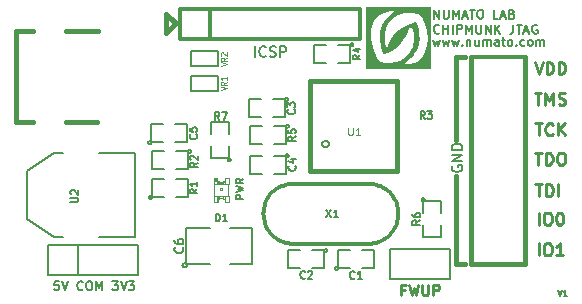
<source format=gto>
G04 (created by PCBNEW-RS274X (2011-12-28 BZR 3254)-stable) date 12/14/2012 5:03:44 PM*
G01*
G70*
G90*
%MOIN*%
G04 Gerber Fmt 3.4, Leading zero omitted, Abs format*
%FSLAX34Y34*%
G04 APERTURE LIST*
%ADD10C,0.006000*%
%ADD11C,0.015000*%
%ADD12C,0.005000*%
%ADD13C,0.007500*%
%ADD14C,0.010000*%
%ADD15C,0.006300*%
%ADD16C,0.008800*%
%ADD17C,0.008000*%
%ADD18C,0.012000*%
%ADD19C,0.002600*%
%ADD20C,0.004000*%
%ADD21C,0.002000*%
%ADD22C,0.012500*%
%ADD23C,0.000100*%
%ADD24C,0.003900*%
%ADD25C,0.004500*%
G04 APERTURE END LIST*
G54D10*
G54D11*
X51900Y-26400D02*
X52200Y-26400D01*
X51900Y-29150D02*
X51900Y-26400D01*
X51900Y-30450D02*
X51900Y-30350D01*
X51900Y-30450D02*
X51900Y-30400D01*
X51950Y-26400D02*
X52200Y-26400D01*
X51900Y-33300D02*
X51900Y-30450D01*
X52200Y-33300D02*
X51900Y-33300D01*
X42238Y-25469D02*
X42246Y-25469D01*
X42238Y-25584D02*
X42238Y-25469D01*
X42238Y-24961D02*
X42238Y-25584D01*
X42549Y-25272D02*
X42238Y-24961D01*
X42238Y-25583D02*
X42549Y-25272D01*
X42237Y-24966D02*
X42237Y-25583D01*
X42507Y-25236D02*
X42237Y-24966D01*
G54D12*
X55299Y-34164D02*
X55366Y-34364D01*
X55432Y-34164D01*
X55603Y-34364D02*
X55489Y-34364D01*
X55546Y-34364D02*
X55546Y-34164D01*
X55527Y-34193D01*
X55508Y-34212D01*
X55489Y-34221D01*
X51138Y-25821D02*
X51195Y-26021D01*
X51252Y-25879D01*
X51309Y-26021D01*
X51366Y-25821D01*
X51452Y-25821D02*
X51509Y-26021D01*
X51566Y-25879D01*
X51623Y-26021D01*
X51680Y-25821D01*
X51766Y-25821D02*
X51823Y-26021D01*
X51880Y-25879D01*
X51937Y-26021D01*
X51994Y-25821D01*
X52108Y-25993D02*
X52123Y-26007D01*
X52108Y-26021D01*
X52094Y-26007D01*
X52108Y-25993D01*
X52108Y-26021D01*
X52251Y-25821D02*
X52251Y-26021D01*
X52251Y-25850D02*
X52266Y-25836D01*
X52294Y-25821D01*
X52337Y-25821D01*
X52366Y-25836D01*
X52380Y-25864D01*
X52380Y-26021D01*
X52651Y-25821D02*
X52651Y-26021D01*
X52522Y-25821D02*
X52522Y-25979D01*
X52537Y-26007D01*
X52565Y-26021D01*
X52608Y-26021D01*
X52637Y-26007D01*
X52651Y-25993D01*
X52793Y-26021D02*
X52793Y-25821D01*
X52793Y-25850D02*
X52808Y-25836D01*
X52836Y-25821D01*
X52879Y-25821D01*
X52908Y-25836D01*
X52922Y-25864D01*
X52922Y-26021D01*
X52922Y-25864D02*
X52936Y-25836D01*
X52965Y-25821D01*
X53008Y-25821D01*
X53036Y-25836D01*
X53051Y-25864D01*
X53051Y-26021D01*
X53322Y-26021D02*
X53322Y-25864D01*
X53308Y-25836D01*
X53279Y-25821D01*
X53222Y-25821D01*
X53193Y-25836D01*
X53322Y-26007D02*
X53293Y-26021D01*
X53222Y-26021D01*
X53193Y-26007D01*
X53179Y-25979D01*
X53179Y-25950D01*
X53193Y-25921D01*
X53222Y-25907D01*
X53293Y-25907D01*
X53322Y-25893D01*
X53422Y-25821D02*
X53536Y-25821D01*
X53464Y-25721D02*
X53464Y-25979D01*
X53479Y-26007D01*
X53507Y-26021D01*
X53536Y-26021D01*
X53678Y-26021D02*
X53650Y-26007D01*
X53635Y-25993D01*
X53621Y-25964D01*
X53621Y-25879D01*
X53635Y-25850D01*
X53650Y-25836D01*
X53678Y-25821D01*
X53721Y-25821D01*
X53750Y-25836D01*
X53764Y-25850D01*
X53778Y-25879D01*
X53778Y-25964D01*
X53764Y-25993D01*
X53750Y-26007D01*
X53721Y-26021D01*
X53678Y-26021D01*
X53906Y-25993D02*
X53921Y-26007D01*
X53906Y-26021D01*
X53892Y-26007D01*
X53906Y-25993D01*
X53906Y-26021D01*
X54178Y-26007D02*
X54149Y-26021D01*
X54092Y-26021D01*
X54064Y-26007D01*
X54049Y-25993D01*
X54035Y-25964D01*
X54035Y-25879D01*
X54049Y-25850D01*
X54064Y-25836D01*
X54092Y-25821D01*
X54149Y-25821D01*
X54178Y-25836D01*
X54349Y-26021D02*
X54321Y-26007D01*
X54306Y-25993D01*
X54292Y-25964D01*
X54292Y-25879D01*
X54306Y-25850D01*
X54321Y-25836D01*
X54349Y-25821D01*
X54392Y-25821D01*
X54421Y-25836D01*
X54435Y-25850D01*
X54449Y-25879D01*
X54449Y-25964D01*
X54435Y-25993D01*
X54421Y-26007D01*
X54392Y-26021D01*
X54349Y-26021D01*
X54577Y-26021D02*
X54577Y-25821D01*
X54577Y-25850D02*
X54592Y-25836D01*
X54620Y-25821D01*
X54663Y-25821D01*
X54692Y-25836D01*
X54706Y-25864D01*
X54706Y-26021D01*
X54706Y-25864D02*
X54720Y-25836D01*
X54749Y-25821D01*
X54792Y-25821D01*
X54820Y-25836D01*
X54835Y-25864D01*
X54835Y-26021D01*
G54D13*
X51171Y-25121D02*
X51171Y-24821D01*
X51343Y-25121D01*
X51343Y-24821D01*
X51485Y-24821D02*
X51485Y-25064D01*
X51500Y-25093D01*
X51514Y-25107D01*
X51543Y-25121D01*
X51600Y-25121D01*
X51628Y-25107D01*
X51643Y-25093D01*
X51657Y-25064D01*
X51657Y-24821D01*
X51799Y-25121D02*
X51799Y-24821D01*
X51899Y-25036D01*
X51999Y-24821D01*
X51999Y-25121D01*
X52128Y-25036D02*
X52271Y-25036D01*
X52100Y-25121D02*
X52200Y-24821D01*
X52300Y-25121D01*
X52357Y-24821D02*
X52528Y-24821D01*
X52442Y-25121D02*
X52442Y-24821D01*
X52686Y-24821D02*
X52743Y-24821D01*
X52771Y-24836D01*
X52800Y-24864D01*
X52814Y-24921D01*
X52814Y-25021D01*
X52800Y-25079D01*
X52771Y-25107D01*
X52743Y-25121D01*
X52686Y-25121D01*
X52657Y-25107D01*
X52628Y-25079D01*
X52614Y-25021D01*
X52614Y-24921D01*
X52628Y-24864D01*
X52657Y-24836D01*
X52686Y-24821D01*
X53314Y-25121D02*
X53171Y-25121D01*
X53171Y-24821D01*
X53400Y-25036D02*
X53543Y-25036D01*
X53372Y-25121D02*
X53472Y-24821D01*
X53572Y-25121D01*
X53771Y-24964D02*
X53814Y-24979D01*
X53829Y-24993D01*
X53843Y-25021D01*
X53843Y-25064D01*
X53829Y-25093D01*
X53814Y-25107D01*
X53786Y-25121D01*
X53671Y-25121D01*
X53671Y-24821D01*
X53771Y-24821D01*
X53800Y-24836D01*
X53814Y-24850D01*
X53829Y-24879D01*
X53829Y-24907D01*
X53814Y-24936D01*
X53800Y-24950D01*
X53771Y-24964D01*
X53671Y-24964D01*
X51343Y-25588D02*
X51329Y-25602D01*
X51286Y-25616D01*
X51257Y-25616D01*
X51214Y-25602D01*
X51186Y-25574D01*
X51171Y-25545D01*
X51157Y-25488D01*
X51157Y-25445D01*
X51171Y-25388D01*
X51186Y-25359D01*
X51214Y-25331D01*
X51257Y-25316D01*
X51286Y-25316D01*
X51329Y-25331D01*
X51343Y-25345D01*
X51471Y-25616D02*
X51471Y-25316D01*
X51471Y-25459D02*
X51643Y-25459D01*
X51643Y-25616D02*
X51643Y-25316D01*
X51785Y-25616D02*
X51785Y-25316D01*
X51928Y-25616D02*
X51928Y-25316D01*
X52043Y-25316D01*
X52071Y-25331D01*
X52086Y-25345D01*
X52100Y-25374D01*
X52100Y-25416D01*
X52086Y-25445D01*
X52071Y-25459D01*
X52043Y-25474D01*
X51928Y-25474D01*
X52228Y-25616D02*
X52228Y-25316D01*
X52328Y-25531D01*
X52428Y-25316D01*
X52428Y-25616D01*
X52571Y-25316D02*
X52571Y-25559D01*
X52586Y-25588D01*
X52600Y-25602D01*
X52629Y-25616D01*
X52686Y-25616D01*
X52714Y-25602D01*
X52729Y-25588D01*
X52743Y-25559D01*
X52743Y-25316D01*
X52885Y-25616D02*
X52885Y-25316D01*
X53057Y-25616D01*
X53057Y-25316D01*
X53199Y-25616D02*
X53199Y-25316D01*
X53371Y-25616D02*
X53242Y-25445D01*
X53371Y-25316D02*
X53199Y-25488D01*
X53814Y-25316D02*
X53814Y-25531D01*
X53800Y-25574D01*
X53771Y-25602D01*
X53728Y-25616D01*
X53700Y-25616D01*
X53915Y-25316D02*
X54086Y-25316D01*
X54000Y-25616D02*
X54000Y-25316D01*
X54172Y-25531D02*
X54315Y-25531D01*
X54144Y-25616D02*
X54244Y-25316D01*
X54344Y-25616D01*
X54601Y-25331D02*
X54572Y-25316D01*
X54529Y-25316D01*
X54486Y-25331D01*
X54458Y-25359D01*
X54443Y-25388D01*
X54429Y-25445D01*
X54429Y-25488D01*
X54443Y-25545D01*
X54458Y-25574D01*
X54486Y-25602D01*
X54529Y-25616D01*
X54558Y-25616D01*
X54601Y-25602D01*
X54615Y-25588D01*
X54615Y-25488D01*
X54558Y-25488D01*
G54D14*
X54650Y-33012D02*
X54650Y-32612D01*
X54916Y-32612D02*
X54993Y-32612D01*
X55031Y-32631D01*
X55069Y-32669D01*
X55088Y-32745D01*
X55088Y-32879D01*
X55069Y-32955D01*
X55031Y-32993D01*
X54993Y-33012D01*
X54916Y-33012D01*
X54878Y-32993D01*
X54840Y-32955D01*
X54821Y-32879D01*
X54821Y-32745D01*
X54840Y-32669D01*
X54878Y-32631D01*
X54916Y-32612D01*
X55469Y-33012D02*
X55240Y-33012D01*
X55354Y-33012D02*
X55354Y-32612D01*
X55316Y-32669D01*
X55278Y-32707D01*
X55240Y-32726D01*
X54650Y-31987D02*
X54650Y-31587D01*
X54916Y-31587D02*
X54993Y-31587D01*
X55031Y-31606D01*
X55069Y-31644D01*
X55088Y-31720D01*
X55088Y-31854D01*
X55069Y-31930D01*
X55031Y-31968D01*
X54993Y-31987D01*
X54916Y-31987D01*
X54878Y-31968D01*
X54840Y-31930D01*
X54821Y-31854D01*
X54821Y-31720D01*
X54840Y-31644D01*
X54878Y-31606D01*
X54916Y-31587D01*
X55335Y-31587D02*
X55374Y-31587D01*
X55412Y-31606D01*
X55431Y-31625D01*
X55450Y-31663D01*
X55469Y-31739D01*
X55469Y-31835D01*
X55450Y-31911D01*
X55431Y-31949D01*
X55412Y-31968D01*
X55374Y-31987D01*
X55335Y-31987D01*
X55297Y-31968D01*
X55278Y-31949D01*
X55259Y-31911D01*
X55240Y-31835D01*
X55240Y-31739D01*
X55259Y-31663D01*
X55278Y-31625D01*
X55297Y-31606D01*
X55335Y-31587D01*
X54541Y-30637D02*
X54770Y-30637D01*
X54655Y-31037D02*
X54655Y-30637D01*
X54903Y-31037D02*
X54903Y-30637D01*
X54998Y-30637D01*
X55056Y-30656D01*
X55094Y-30694D01*
X55113Y-30732D01*
X55132Y-30808D01*
X55132Y-30865D01*
X55113Y-30942D01*
X55094Y-30980D01*
X55056Y-31018D01*
X54998Y-31037D01*
X54903Y-31037D01*
X55303Y-31037D02*
X55303Y-30637D01*
X54526Y-29587D02*
X54755Y-29587D01*
X54640Y-29987D02*
X54640Y-29587D01*
X54888Y-29987D02*
X54888Y-29587D01*
X54983Y-29587D01*
X55041Y-29606D01*
X55079Y-29644D01*
X55098Y-29682D01*
X55117Y-29758D01*
X55117Y-29815D01*
X55098Y-29892D01*
X55079Y-29930D01*
X55041Y-29968D01*
X54983Y-29987D01*
X54888Y-29987D01*
X55364Y-29587D02*
X55441Y-29587D01*
X55479Y-29606D01*
X55517Y-29644D01*
X55536Y-29720D01*
X55536Y-29854D01*
X55517Y-29930D01*
X55479Y-29968D01*
X55441Y-29987D01*
X55364Y-29987D01*
X55326Y-29968D01*
X55288Y-29930D01*
X55269Y-29854D01*
X55269Y-29720D01*
X55288Y-29644D01*
X55326Y-29606D01*
X55364Y-29587D01*
X54536Y-28612D02*
X54765Y-28612D01*
X54650Y-29012D02*
X54650Y-28612D01*
X55127Y-28974D02*
X55108Y-28993D01*
X55051Y-29012D01*
X55013Y-29012D01*
X54955Y-28993D01*
X54917Y-28955D01*
X54898Y-28917D01*
X54879Y-28840D01*
X54879Y-28783D01*
X54898Y-28707D01*
X54917Y-28669D01*
X54955Y-28631D01*
X55013Y-28612D01*
X55051Y-28612D01*
X55108Y-28631D01*
X55127Y-28650D01*
X55298Y-29012D02*
X55298Y-28612D01*
X55527Y-29012D02*
X55355Y-28783D01*
X55527Y-28612D02*
X55298Y-28840D01*
X54517Y-27587D02*
X54746Y-27587D01*
X54631Y-27987D02*
X54631Y-27587D01*
X54879Y-27987D02*
X54879Y-27587D01*
X55013Y-27873D01*
X55146Y-27587D01*
X55146Y-27987D01*
X55317Y-27968D02*
X55374Y-27987D01*
X55470Y-27987D01*
X55508Y-27968D01*
X55527Y-27949D01*
X55546Y-27911D01*
X55546Y-27873D01*
X55527Y-27835D01*
X55508Y-27815D01*
X55470Y-27796D01*
X55393Y-27777D01*
X55355Y-27758D01*
X55336Y-27739D01*
X55317Y-27701D01*
X55317Y-27663D01*
X55336Y-27625D01*
X55355Y-27606D01*
X55393Y-27587D01*
X55489Y-27587D01*
X55546Y-27606D01*
G54D15*
X44807Y-31131D02*
X44557Y-31131D01*
X44557Y-31036D01*
X44569Y-31012D01*
X44581Y-31001D01*
X44605Y-30989D01*
X44641Y-30989D01*
X44664Y-31001D01*
X44676Y-31012D01*
X44688Y-31036D01*
X44688Y-31131D01*
X44557Y-30905D02*
X44807Y-30846D01*
X44629Y-30798D01*
X44807Y-30751D01*
X44557Y-30691D01*
X44807Y-30453D02*
X44688Y-30536D01*
X44807Y-30595D02*
X44557Y-30595D01*
X44557Y-30500D01*
X44569Y-30476D01*
X44581Y-30465D01*
X44605Y-30453D01*
X44641Y-30453D01*
X44664Y-30465D01*
X44676Y-30476D01*
X44688Y-30500D01*
X44688Y-30595D01*
G54D16*
X50192Y-34158D02*
X50075Y-34158D01*
X50075Y-34342D02*
X50075Y-33992D01*
X50242Y-33992D01*
X50342Y-33992D02*
X50425Y-34342D01*
X50492Y-34092D01*
X50559Y-34342D01*
X50642Y-33992D01*
X50775Y-33992D02*
X50775Y-34275D01*
X50792Y-34308D01*
X50809Y-34325D01*
X50842Y-34342D01*
X50909Y-34342D01*
X50942Y-34325D01*
X50959Y-34308D01*
X50975Y-34275D01*
X50975Y-33992D01*
X51142Y-34342D02*
X51142Y-33992D01*
X51276Y-33992D01*
X51309Y-34008D01*
X51326Y-34025D01*
X51342Y-34058D01*
X51342Y-34108D01*
X51326Y-34142D01*
X51309Y-34158D01*
X51276Y-34175D01*
X51142Y-34175D01*
G54D14*
X54517Y-26562D02*
X54650Y-26962D01*
X54784Y-26562D01*
X54917Y-26962D02*
X54917Y-26562D01*
X55012Y-26562D01*
X55070Y-26581D01*
X55108Y-26619D01*
X55127Y-26657D01*
X55146Y-26733D01*
X55146Y-26790D01*
X55127Y-26867D01*
X55108Y-26905D01*
X55070Y-26943D01*
X55012Y-26962D01*
X54917Y-26962D01*
X55317Y-26962D02*
X55317Y-26562D01*
X55412Y-26562D01*
X55470Y-26581D01*
X55508Y-26619D01*
X55527Y-26657D01*
X55546Y-26733D01*
X55546Y-26790D01*
X55527Y-26867D01*
X55508Y-26905D01*
X55470Y-26943D01*
X55412Y-26962D01*
X55317Y-26962D01*
G54D13*
X51778Y-30016D02*
X51762Y-30050D01*
X51762Y-30100D01*
X51778Y-30150D01*
X51812Y-30183D01*
X51845Y-30200D01*
X51912Y-30216D01*
X51962Y-30216D01*
X52028Y-30200D01*
X52062Y-30183D01*
X52095Y-30150D01*
X52112Y-30100D01*
X52112Y-30066D01*
X52095Y-30016D01*
X52078Y-30000D01*
X51962Y-30000D01*
X51962Y-30066D01*
X52112Y-29850D02*
X51762Y-29850D01*
X52112Y-29650D01*
X51762Y-29650D01*
X52112Y-29483D02*
X51762Y-29483D01*
X51762Y-29399D01*
X51778Y-29349D01*
X51812Y-29316D01*
X51845Y-29299D01*
X51912Y-29283D01*
X51962Y-29283D01*
X52028Y-29299D01*
X52062Y-29316D01*
X52095Y-29349D01*
X52112Y-29399D01*
X52112Y-29483D01*
X38660Y-33868D02*
X38517Y-33868D01*
X38503Y-34011D01*
X38517Y-33997D01*
X38546Y-33983D01*
X38617Y-33983D01*
X38646Y-33997D01*
X38660Y-34011D01*
X38675Y-34040D01*
X38675Y-34111D01*
X38660Y-34140D01*
X38646Y-34154D01*
X38617Y-34168D01*
X38546Y-34168D01*
X38517Y-34154D01*
X38503Y-34140D01*
X38761Y-33868D02*
X38861Y-34168D01*
X38961Y-33868D01*
X39461Y-34140D02*
X39447Y-34154D01*
X39404Y-34168D01*
X39375Y-34168D01*
X39332Y-34154D01*
X39304Y-34126D01*
X39289Y-34097D01*
X39275Y-34040D01*
X39275Y-33997D01*
X39289Y-33940D01*
X39304Y-33911D01*
X39332Y-33883D01*
X39375Y-33868D01*
X39404Y-33868D01*
X39447Y-33883D01*
X39461Y-33897D01*
X39647Y-33868D02*
X39704Y-33868D01*
X39732Y-33883D01*
X39761Y-33911D01*
X39775Y-33968D01*
X39775Y-34068D01*
X39761Y-34126D01*
X39732Y-34154D01*
X39704Y-34168D01*
X39647Y-34168D01*
X39618Y-34154D01*
X39589Y-34126D01*
X39575Y-34068D01*
X39575Y-33968D01*
X39589Y-33911D01*
X39618Y-33883D01*
X39647Y-33868D01*
X39903Y-34168D02*
X39903Y-33868D01*
X40003Y-34083D01*
X40103Y-33868D01*
X40103Y-34168D01*
X40447Y-33868D02*
X40633Y-33868D01*
X40533Y-33983D01*
X40575Y-33983D01*
X40604Y-33997D01*
X40618Y-34011D01*
X40633Y-34040D01*
X40633Y-34111D01*
X40618Y-34140D01*
X40604Y-34154D01*
X40575Y-34168D01*
X40490Y-34168D01*
X40461Y-34154D01*
X40447Y-34140D01*
X40719Y-33868D02*
X40819Y-34168D01*
X40919Y-33868D01*
X40990Y-33868D02*
X41176Y-33868D01*
X41076Y-33983D01*
X41118Y-33983D01*
X41147Y-33997D01*
X41161Y-34011D01*
X41176Y-34040D01*
X41176Y-34111D01*
X41161Y-34140D01*
X41147Y-34154D01*
X41118Y-34168D01*
X41033Y-34168D01*
X41004Y-34154D01*
X40990Y-34140D01*
X45183Y-26382D02*
X45183Y-26032D01*
X45550Y-26348D02*
X45534Y-26365D01*
X45484Y-26382D01*
X45450Y-26382D01*
X45400Y-26365D01*
X45367Y-26332D01*
X45350Y-26298D01*
X45334Y-26232D01*
X45334Y-26182D01*
X45350Y-26115D01*
X45367Y-26082D01*
X45400Y-26048D01*
X45450Y-26032D01*
X45484Y-26032D01*
X45534Y-26048D01*
X45550Y-26065D01*
X45684Y-26365D02*
X45734Y-26382D01*
X45817Y-26382D01*
X45850Y-26365D01*
X45867Y-26348D01*
X45884Y-26315D01*
X45884Y-26282D01*
X45867Y-26248D01*
X45850Y-26232D01*
X45817Y-26215D01*
X45750Y-26198D01*
X45717Y-26182D01*
X45700Y-26165D01*
X45684Y-26132D01*
X45684Y-26098D01*
X45700Y-26065D01*
X45717Y-26048D01*
X45750Y-26032D01*
X45834Y-26032D01*
X45884Y-26048D01*
X46033Y-26382D02*
X46033Y-26032D01*
X46167Y-26032D01*
X46200Y-26048D01*
X46217Y-26065D01*
X46233Y-26098D01*
X46233Y-26148D01*
X46217Y-26182D01*
X46200Y-26198D01*
X46167Y-26215D01*
X46033Y-26215D01*
G54D11*
X38905Y-28580D02*
X39935Y-28580D01*
X38885Y-25540D02*
X39955Y-25540D01*
X37235Y-28580D02*
X37785Y-28580D01*
X37235Y-25540D02*
X37785Y-25540D01*
X37235Y-25540D02*
X37235Y-28580D01*
X47030Y-27200D02*
X49930Y-27200D01*
X49930Y-27200D02*
X49930Y-30200D01*
X49930Y-30200D02*
X47030Y-30200D01*
X47030Y-30200D02*
X47030Y-27200D01*
G54D12*
X47661Y-29300D02*
X47658Y-29321D01*
X47652Y-29342D01*
X47642Y-29361D01*
X47628Y-29378D01*
X47612Y-29392D01*
X47593Y-29402D01*
X47572Y-29408D01*
X47550Y-29410D01*
X47530Y-29409D01*
X47509Y-29402D01*
X47490Y-29392D01*
X47473Y-29379D01*
X47459Y-29362D01*
X47448Y-29343D01*
X47442Y-29323D01*
X47440Y-29301D01*
X47441Y-29280D01*
X47447Y-29260D01*
X47457Y-29240D01*
X47471Y-29223D01*
X47487Y-29209D01*
X47506Y-29199D01*
X47527Y-29192D01*
X47548Y-29190D01*
X47569Y-29191D01*
X47590Y-29197D01*
X47609Y-29207D01*
X47626Y-29220D01*
X47640Y-29237D01*
X47651Y-29255D01*
X47658Y-29276D01*
X47660Y-29297D01*
X47661Y-29300D01*
G54D17*
X39990Y-32405D02*
X41190Y-32405D01*
X41190Y-32405D02*
X41190Y-29605D01*
X41190Y-29605D02*
X39990Y-29605D01*
X38790Y-32405D02*
X38490Y-32405D01*
X38490Y-32405D02*
X37590Y-31805D01*
X37590Y-31805D02*
X37590Y-30205D01*
X37590Y-30205D02*
X38490Y-29605D01*
X38490Y-29605D02*
X38790Y-29605D01*
G54D12*
X42920Y-33340D02*
X42918Y-33353D01*
X42914Y-33366D01*
X42908Y-33378D01*
X42899Y-33389D01*
X42889Y-33398D01*
X42877Y-33404D01*
X42864Y-33408D01*
X42850Y-33409D01*
X42837Y-33408D01*
X42824Y-33404D01*
X42812Y-33398D01*
X42802Y-33390D01*
X42793Y-33379D01*
X42786Y-33367D01*
X42782Y-33354D01*
X42781Y-33340D01*
X42782Y-33328D01*
X42785Y-33315D01*
X42792Y-33303D01*
X42800Y-33292D01*
X42811Y-33283D01*
X42822Y-33276D01*
X42835Y-33272D01*
X42849Y-33271D01*
X42862Y-33272D01*
X42875Y-33275D01*
X42887Y-33281D01*
X42898Y-33290D01*
X42907Y-33300D01*
X42913Y-33312D01*
X42918Y-33325D01*
X42919Y-33339D01*
X42920Y-33340D01*
X44350Y-33290D02*
X45100Y-33290D01*
X45100Y-33290D02*
X45100Y-32090D01*
X45100Y-32090D02*
X44350Y-32090D01*
X43700Y-32090D02*
X42900Y-32090D01*
X42900Y-32090D02*
X42900Y-33290D01*
X42900Y-33290D02*
X43700Y-33290D01*
X47966Y-33445D02*
X47965Y-33454D01*
X47962Y-33464D01*
X47957Y-33472D01*
X47951Y-33480D01*
X47943Y-33486D01*
X47935Y-33491D01*
X47926Y-33493D01*
X47916Y-33494D01*
X47907Y-33494D01*
X47898Y-33491D01*
X47889Y-33486D01*
X47882Y-33480D01*
X47875Y-33473D01*
X47871Y-33464D01*
X47868Y-33455D01*
X47867Y-33445D01*
X47867Y-33436D01*
X47870Y-33427D01*
X47874Y-33418D01*
X47881Y-33411D01*
X47888Y-33404D01*
X47896Y-33400D01*
X47906Y-33397D01*
X47915Y-33396D01*
X47924Y-33396D01*
X47934Y-33399D01*
X47942Y-33403D01*
X47950Y-33409D01*
X47956Y-33417D01*
X47961Y-33425D01*
X47964Y-33434D01*
X47965Y-33444D01*
X47966Y-33445D01*
X48366Y-33445D02*
X47966Y-33445D01*
X47966Y-33445D02*
X47966Y-32845D01*
X47966Y-32845D02*
X48366Y-32845D01*
X48766Y-32845D02*
X49166Y-32845D01*
X49166Y-32845D02*
X49166Y-33445D01*
X49166Y-33445D02*
X48766Y-33445D01*
X44390Y-29820D02*
X44389Y-29829D01*
X44386Y-29839D01*
X44381Y-29847D01*
X44375Y-29855D01*
X44367Y-29861D01*
X44359Y-29866D01*
X44350Y-29868D01*
X44340Y-29869D01*
X44331Y-29869D01*
X44322Y-29866D01*
X44313Y-29861D01*
X44306Y-29855D01*
X44299Y-29848D01*
X44295Y-29839D01*
X44292Y-29830D01*
X44291Y-29820D01*
X44291Y-29811D01*
X44294Y-29802D01*
X44298Y-29793D01*
X44305Y-29786D01*
X44312Y-29779D01*
X44320Y-29775D01*
X44330Y-29772D01*
X44339Y-29771D01*
X44348Y-29771D01*
X44358Y-29774D01*
X44366Y-29778D01*
X44374Y-29784D01*
X44380Y-29792D01*
X44385Y-29800D01*
X44388Y-29809D01*
X44389Y-29819D01*
X44390Y-29820D01*
X44340Y-29370D02*
X44340Y-29770D01*
X44340Y-29770D02*
X43740Y-29770D01*
X43740Y-29770D02*
X43740Y-29370D01*
X43740Y-28970D02*
X43740Y-28570D01*
X43740Y-28570D02*
X44340Y-28570D01*
X44340Y-28570D02*
X44340Y-28970D01*
X50850Y-31150D02*
X50849Y-31159D01*
X50846Y-31169D01*
X50841Y-31177D01*
X50835Y-31185D01*
X50827Y-31191D01*
X50819Y-31196D01*
X50810Y-31198D01*
X50800Y-31199D01*
X50791Y-31199D01*
X50782Y-31196D01*
X50773Y-31191D01*
X50766Y-31185D01*
X50759Y-31178D01*
X50755Y-31169D01*
X50752Y-31160D01*
X50751Y-31150D01*
X50751Y-31141D01*
X50754Y-31132D01*
X50758Y-31123D01*
X50765Y-31116D01*
X50772Y-31109D01*
X50780Y-31105D01*
X50790Y-31102D01*
X50799Y-31101D01*
X50808Y-31101D01*
X50818Y-31104D01*
X50826Y-31108D01*
X50834Y-31114D01*
X50840Y-31122D01*
X50845Y-31130D01*
X50848Y-31139D01*
X50849Y-31149D01*
X50850Y-31150D01*
X50800Y-31600D02*
X50800Y-31200D01*
X50800Y-31200D02*
X51400Y-31200D01*
X51400Y-31200D02*
X51400Y-31600D01*
X51400Y-32000D02*
X51400Y-32400D01*
X51400Y-32400D02*
X50800Y-32400D01*
X50800Y-32400D02*
X50800Y-32000D01*
X46320Y-28700D02*
X46319Y-28709D01*
X46316Y-28719D01*
X46311Y-28727D01*
X46305Y-28735D01*
X46297Y-28741D01*
X46289Y-28746D01*
X46280Y-28748D01*
X46270Y-28749D01*
X46261Y-28749D01*
X46252Y-28746D01*
X46243Y-28741D01*
X46236Y-28735D01*
X46229Y-28728D01*
X46225Y-28719D01*
X46222Y-28710D01*
X46221Y-28700D01*
X46221Y-28691D01*
X46224Y-28682D01*
X46228Y-28673D01*
X46235Y-28666D01*
X46242Y-28659D01*
X46250Y-28655D01*
X46260Y-28652D01*
X46269Y-28651D01*
X46278Y-28651D01*
X46288Y-28654D01*
X46296Y-28658D01*
X46304Y-28664D01*
X46310Y-28672D01*
X46315Y-28680D01*
X46318Y-28689D01*
X46319Y-28699D01*
X46320Y-28700D01*
X45820Y-28700D02*
X46220Y-28700D01*
X46220Y-28700D02*
X46220Y-29300D01*
X46220Y-29300D02*
X45820Y-29300D01*
X45420Y-29300D02*
X45020Y-29300D01*
X45020Y-29300D02*
X45020Y-28700D01*
X45020Y-28700D02*
X45420Y-28700D01*
X48475Y-25992D02*
X48474Y-26001D01*
X48471Y-26011D01*
X48466Y-26019D01*
X48460Y-26027D01*
X48452Y-26033D01*
X48444Y-26038D01*
X48435Y-26040D01*
X48425Y-26041D01*
X48416Y-26041D01*
X48407Y-26038D01*
X48398Y-26033D01*
X48391Y-26027D01*
X48384Y-26020D01*
X48380Y-26011D01*
X48377Y-26002D01*
X48376Y-25992D01*
X48376Y-25983D01*
X48379Y-25974D01*
X48383Y-25965D01*
X48390Y-25958D01*
X48397Y-25951D01*
X48405Y-25947D01*
X48415Y-25944D01*
X48424Y-25943D01*
X48433Y-25943D01*
X48443Y-25946D01*
X48451Y-25950D01*
X48459Y-25956D01*
X48465Y-25964D01*
X48470Y-25972D01*
X48473Y-25981D01*
X48474Y-25991D01*
X48475Y-25992D01*
X47975Y-25992D02*
X48375Y-25992D01*
X48375Y-25992D02*
X48375Y-26592D01*
X48375Y-26592D02*
X47975Y-26592D01*
X47575Y-26592D02*
X47175Y-26592D01*
X47175Y-26592D02*
X47175Y-25992D01*
X47175Y-25992D02*
X47575Y-25992D01*
X43059Y-29544D02*
X43058Y-29553D01*
X43055Y-29563D01*
X43050Y-29571D01*
X43044Y-29579D01*
X43036Y-29585D01*
X43028Y-29590D01*
X43019Y-29592D01*
X43009Y-29593D01*
X43000Y-29593D01*
X42991Y-29590D01*
X42982Y-29585D01*
X42975Y-29579D01*
X42968Y-29572D01*
X42964Y-29563D01*
X42961Y-29554D01*
X42960Y-29544D01*
X42960Y-29535D01*
X42963Y-29526D01*
X42967Y-29517D01*
X42974Y-29510D01*
X42981Y-29503D01*
X42989Y-29499D01*
X42999Y-29496D01*
X43008Y-29495D01*
X43017Y-29495D01*
X43027Y-29498D01*
X43035Y-29502D01*
X43043Y-29508D01*
X43049Y-29516D01*
X43054Y-29524D01*
X43057Y-29533D01*
X43058Y-29543D01*
X43059Y-29544D01*
X42559Y-29544D02*
X42959Y-29544D01*
X42959Y-29544D02*
X42959Y-30144D01*
X42959Y-30144D02*
X42559Y-30144D01*
X42159Y-30144D02*
X41759Y-30144D01*
X41759Y-30144D02*
X41759Y-29544D01*
X41759Y-29544D02*
X42159Y-29544D01*
X41750Y-31072D02*
X41749Y-31081D01*
X41746Y-31091D01*
X41741Y-31099D01*
X41735Y-31107D01*
X41727Y-31113D01*
X41719Y-31118D01*
X41710Y-31120D01*
X41700Y-31121D01*
X41691Y-31121D01*
X41682Y-31118D01*
X41673Y-31113D01*
X41666Y-31107D01*
X41659Y-31100D01*
X41655Y-31091D01*
X41652Y-31082D01*
X41651Y-31072D01*
X41651Y-31063D01*
X41654Y-31054D01*
X41658Y-31045D01*
X41665Y-31038D01*
X41672Y-31031D01*
X41680Y-31027D01*
X41690Y-31024D01*
X41699Y-31023D01*
X41708Y-31023D01*
X41718Y-31026D01*
X41726Y-31030D01*
X41734Y-31036D01*
X41740Y-31044D01*
X41745Y-31052D01*
X41748Y-31061D01*
X41749Y-31071D01*
X41750Y-31072D01*
X42150Y-31072D02*
X41750Y-31072D01*
X41750Y-31072D02*
X41750Y-30472D01*
X41750Y-30472D02*
X42150Y-30472D01*
X42550Y-30472D02*
X42950Y-30472D01*
X42950Y-30472D02*
X42950Y-31072D01*
X42950Y-31072D02*
X42550Y-31072D01*
X41741Y-29240D02*
X41740Y-29249D01*
X41737Y-29259D01*
X41732Y-29267D01*
X41726Y-29275D01*
X41718Y-29281D01*
X41710Y-29286D01*
X41701Y-29288D01*
X41691Y-29289D01*
X41682Y-29289D01*
X41673Y-29286D01*
X41664Y-29281D01*
X41657Y-29275D01*
X41650Y-29268D01*
X41646Y-29259D01*
X41643Y-29250D01*
X41642Y-29240D01*
X41642Y-29231D01*
X41645Y-29222D01*
X41649Y-29213D01*
X41656Y-29206D01*
X41663Y-29199D01*
X41671Y-29195D01*
X41681Y-29192D01*
X41690Y-29191D01*
X41699Y-29191D01*
X41709Y-29194D01*
X41717Y-29198D01*
X41725Y-29204D01*
X41731Y-29212D01*
X41736Y-29220D01*
X41739Y-29229D01*
X41740Y-29239D01*
X41741Y-29240D01*
X42141Y-29240D02*
X41741Y-29240D01*
X41741Y-29240D02*
X41741Y-28640D01*
X41741Y-28640D02*
X42141Y-28640D01*
X42541Y-28640D02*
X42941Y-28640D01*
X42941Y-28640D02*
X42941Y-29240D01*
X42941Y-29240D02*
X42541Y-29240D01*
X46319Y-29681D02*
X46318Y-29690D01*
X46315Y-29700D01*
X46310Y-29708D01*
X46304Y-29716D01*
X46296Y-29722D01*
X46288Y-29727D01*
X46279Y-29729D01*
X46269Y-29730D01*
X46260Y-29730D01*
X46251Y-29727D01*
X46242Y-29722D01*
X46235Y-29716D01*
X46228Y-29709D01*
X46224Y-29700D01*
X46221Y-29691D01*
X46220Y-29681D01*
X46220Y-29672D01*
X46223Y-29663D01*
X46227Y-29654D01*
X46234Y-29647D01*
X46241Y-29640D01*
X46249Y-29636D01*
X46259Y-29633D01*
X46268Y-29632D01*
X46277Y-29632D01*
X46287Y-29635D01*
X46295Y-29639D01*
X46303Y-29645D01*
X46309Y-29653D01*
X46314Y-29661D01*
X46317Y-29670D01*
X46318Y-29680D01*
X46319Y-29681D01*
X45819Y-29681D02*
X46219Y-29681D01*
X46219Y-29681D02*
X46219Y-30281D01*
X46219Y-30281D02*
X45819Y-30281D01*
X45419Y-30281D02*
X45019Y-30281D01*
X45019Y-30281D02*
X45019Y-29681D01*
X45019Y-29681D02*
X45419Y-29681D01*
X46297Y-27804D02*
X46296Y-27813D01*
X46293Y-27823D01*
X46288Y-27831D01*
X46282Y-27839D01*
X46274Y-27845D01*
X46266Y-27850D01*
X46257Y-27852D01*
X46247Y-27853D01*
X46238Y-27853D01*
X46229Y-27850D01*
X46220Y-27845D01*
X46213Y-27839D01*
X46206Y-27832D01*
X46202Y-27823D01*
X46199Y-27814D01*
X46198Y-27804D01*
X46198Y-27795D01*
X46201Y-27786D01*
X46205Y-27777D01*
X46212Y-27770D01*
X46219Y-27763D01*
X46227Y-27759D01*
X46237Y-27756D01*
X46246Y-27755D01*
X46255Y-27755D01*
X46265Y-27758D01*
X46273Y-27762D01*
X46281Y-27768D01*
X46287Y-27776D01*
X46292Y-27784D01*
X46295Y-27793D01*
X46296Y-27803D01*
X46297Y-27804D01*
X45797Y-27804D02*
X46197Y-27804D01*
X46197Y-27804D02*
X46197Y-28404D01*
X46197Y-28404D02*
X45797Y-28404D01*
X45397Y-28404D02*
X44997Y-28404D01*
X44997Y-28404D02*
X44997Y-27804D01*
X44997Y-27804D02*
X45397Y-27804D01*
X47607Y-32838D02*
X47606Y-32847D01*
X47603Y-32857D01*
X47598Y-32865D01*
X47592Y-32873D01*
X47584Y-32879D01*
X47576Y-32884D01*
X47567Y-32886D01*
X47557Y-32887D01*
X47548Y-32887D01*
X47539Y-32884D01*
X47530Y-32879D01*
X47523Y-32873D01*
X47516Y-32866D01*
X47512Y-32857D01*
X47509Y-32848D01*
X47508Y-32838D01*
X47508Y-32829D01*
X47511Y-32820D01*
X47515Y-32811D01*
X47522Y-32804D01*
X47529Y-32797D01*
X47537Y-32793D01*
X47547Y-32790D01*
X47556Y-32789D01*
X47565Y-32789D01*
X47575Y-32792D01*
X47583Y-32796D01*
X47591Y-32802D01*
X47597Y-32810D01*
X47602Y-32818D01*
X47605Y-32827D01*
X47606Y-32837D01*
X47607Y-32838D01*
X47107Y-32838D02*
X47507Y-32838D01*
X47507Y-32838D02*
X47507Y-33438D01*
X47507Y-33438D02*
X47107Y-33438D01*
X46707Y-33438D02*
X46307Y-33438D01*
X46307Y-33438D02*
X46307Y-32838D01*
X46307Y-32838D02*
X46707Y-32838D01*
X43050Y-27020D02*
X43950Y-27020D01*
X43950Y-27020D02*
X43950Y-27520D01*
X43950Y-27520D02*
X43050Y-27520D01*
X43050Y-27520D02*
X43050Y-27020D01*
X43060Y-26210D02*
X43960Y-26210D01*
X43960Y-26210D02*
X43960Y-26710D01*
X43960Y-26710D02*
X43060Y-26710D01*
X43060Y-26710D02*
X43060Y-26210D01*
G54D11*
X52394Y-26398D02*
X52394Y-33296D01*
X54206Y-26410D02*
X54206Y-33296D01*
X54182Y-33300D02*
X52465Y-33300D01*
G54D18*
X52400Y-26400D02*
X54200Y-26400D01*
G54D10*
X38295Y-33680D02*
X38295Y-32680D01*
X38295Y-32680D02*
X41295Y-32680D01*
X41295Y-32680D02*
X41295Y-33680D01*
X41295Y-33680D02*
X38295Y-33680D01*
X39295Y-32680D02*
X39295Y-33680D01*
X51700Y-32800D02*
X51700Y-33800D01*
X51700Y-33800D02*
X49700Y-33800D01*
X49700Y-33800D02*
X49700Y-32800D01*
X49700Y-32800D02*
X51700Y-32800D01*
G54D18*
X42700Y-25800D02*
X42700Y-24800D01*
X42700Y-24800D02*
X48700Y-24800D01*
X48700Y-24800D02*
X48700Y-25800D01*
X48700Y-25800D02*
X42700Y-25800D01*
X43700Y-25800D02*
X43700Y-24800D01*
G54D19*
X44188Y-30644D02*
X44316Y-30644D01*
X44316Y-30644D02*
X44316Y-30447D01*
X44188Y-30447D02*
X44316Y-30447D01*
X44188Y-30644D02*
X44188Y-30447D01*
X43943Y-30644D02*
X44002Y-30644D01*
X44002Y-30644D02*
X44002Y-30545D01*
X43943Y-30545D02*
X44002Y-30545D01*
X43943Y-30644D02*
X43943Y-30545D01*
X44138Y-30644D02*
X44197Y-30644D01*
X44197Y-30644D02*
X44197Y-30545D01*
X44138Y-30545D02*
X44197Y-30545D01*
X44138Y-30644D02*
X44138Y-30545D01*
X43992Y-30644D02*
X44148Y-30644D01*
X44148Y-30644D02*
X44148Y-30575D01*
X43992Y-30575D02*
X44148Y-30575D01*
X43992Y-30644D02*
X43992Y-30575D01*
X44188Y-31233D02*
X44316Y-31233D01*
X44316Y-31233D02*
X44316Y-31036D01*
X44188Y-31036D02*
X44316Y-31036D01*
X44188Y-31233D02*
X44188Y-31036D01*
X43824Y-31233D02*
X43952Y-31233D01*
X43952Y-31233D02*
X43952Y-31036D01*
X43824Y-31036D02*
X43952Y-31036D01*
X43824Y-31233D02*
X43824Y-31036D01*
X44138Y-31135D02*
X44197Y-31135D01*
X44197Y-31135D02*
X44197Y-31036D01*
X44138Y-31036D02*
X44197Y-31036D01*
X44138Y-31135D02*
X44138Y-31036D01*
X43943Y-31135D02*
X44002Y-31135D01*
X44002Y-31135D02*
X44002Y-31036D01*
X43943Y-31036D02*
X44002Y-31036D01*
X43943Y-31135D02*
X43943Y-31036D01*
X43992Y-31105D02*
X44148Y-31105D01*
X44148Y-31105D02*
X44148Y-31036D01*
X43992Y-31036D02*
X44148Y-31036D01*
X43992Y-31105D02*
X43992Y-31036D01*
X44031Y-30840D02*
X44109Y-30840D01*
X44109Y-30840D02*
X44109Y-30762D01*
X44031Y-30762D02*
X44109Y-30762D01*
X44031Y-30840D02*
X44031Y-30762D01*
X43834Y-30644D02*
X43952Y-30644D01*
X43952Y-30644D02*
X43952Y-30526D01*
X43834Y-30526D02*
X43952Y-30526D01*
X43834Y-30644D02*
X43834Y-30526D01*
X43824Y-30476D02*
X43913Y-30476D01*
X43913Y-30476D02*
X43913Y-30447D01*
X43824Y-30447D02*
X43913Y-30447D01*
X43824Y-30476D02*
X43824Y-30447D01*
G54D20*
X44296Y-30634D02*
X44296Y-31046D01*
X43844Y-31036D02*
X43844Y-30476D01*
G54D21*
X43921Y-30506D02*
X43920Y-30511D01*
X43918Y-30516D01*
X43916Y-30521D01*
X43912Y-30525D01*
X43908Y-30529D01*
X43903Y-30531D01*
X43898Y-30533D01*
X43893Y-30533D01*
X43888Y-30533D01*
X43883Y-30531D01*
X43878Y-30529D01*
X43874Y-30526D01*
X43870Y-30521D01*
X43868Y-30517D01*
X43866Y-30511D01*
X43866Y-30506D01*
X43866Y-30501D01*
X43867Y-30496D01*
X43870Y-30491D01*
X43873Y-30487D01*
X43878Y-30484D01*
X43882Y-30481D01*
X43887Y-30479D01*
X43893Y-30479D01*
X43897Y-30479D01*
X43903Y-30480D01*
X43908Y-30483D01*
X43912Y-30486D01*
X43915Y-30490D01*
X43918Y-30495D01*
X43920Y-30500D01*
X43920Y-30506D01*
X43921Y-30506D01*
G54D20*
X43933Y-30447D02*
X43934Y-30458D01*
X43936Y-30470D01*
X43938Y-30482D01*
X43942Y-30493D01*
X43946Y-30504D01*
X43952Y-30515D01*
X43958Y-30525D01*
X43966Y-30535D01*
X43974Y-30543D01*
X43982Y-30551D01*
X43992Y-30559D01*
X44002Y-30565D01*
X44013Y-30571D01*
X44024Y-30575D01*
X44035Y-30579D01*
X44047Y-30581D01*
X44059Y-30583D01*
X44070Y-30584D01*
X44081Y-30583D01*
X44093Y-30581D01*
X44105Y-30579D01*
X44116Y-30575D01*
X44127Y-30571D01*
X44138Y-30565D01*
X44148Y-30559D01*
X44158Y-30551D01*
X44166Y-30543D01*
X44174Y-30535D01*
X44182Y-30525D01*
X44188Y-30515D01*
X44194Y-30504D01*
X44198Y-30493D01*
X44202Y-30482D01*
X44204Y-30470D01*
X44206Y-30458D01*
X44207Y-30447D01*
X44207Y-31233D02*
X44206Y-31222D01*
X44204Y-31210D01*
X44202Y-31198D01*
X44198Y-31187D01*
X44194Y-31176D01*
X44188Y-31165D01*
X44182Y-31155D01*
X44174Y-31145D01*
X44166Y-31137D01*
X44158Y-31129D01*
X44148Y-31121D01*
X44138Y-31115D01*
X44127Y-31109D01*
X44116Y-31105D01*
X44105Y-31101D01*
X44093Y-31099D01*
X44081Y-31097D01*
X44070Y-31096D01*
X44059Y-31097D01*
X44047Y-31099D01*
X44035Y-31101D01*
X44024Y-31105D01*
X44013Y-31109D01*
X44002Y-31115D01*
X43992Y-31121D01*
X43982Y-31129D01*
X43974Y-31137D01*
X43966Y-31145D01*
X43958Y-31155D01*
X43952Y-31165D01*
X43946Y-31176D01*
X43942Y-31187D01*
X43938Y-31198D01*
X43936Y-31210D01*
X43934Y-31222D01*
X43933Y-31233D01*
G54D22*
X46480Y-32620D02*
X48980Y-32620D01*
X46480Y-30620D02*
X48980Y-30620D01*
X49980Y-31620D02*
X49976Y-31533D01*
X49964Y-31447D01*
X49945Y-31362D01*
X49919Y-31278D01*
X49886Y-31198D01*
X49846Y-31121D01*
X49799Y-31047D01*
X49746Y-30978D01*
X49687Y-30913D01*
X49622Y-30854D01*
X49553Y-30801D01*
X49480Y-30754D01*
X49402Y-30714D01*
X49322Y-30681D01*
X49238Y-30655D01*
X49153Y-30636D01*
X49067Y-30624D01*
X48980Y-30620D01*
X48980Y-32620D02*
X49067Y-32616D01*
X49153Y-32604D01*
X49238Y-32585D01*
X49322Y-32559D01*
X49402Y-32526D01*
X49480Y-32486D01*
X49553Y-32439D01*
X49622Y-32386D01*
X49687Y-32327D01*
X49746Y-32262D01*
X49799Y-32193D01*
X49846Y-32119D01*
X49886Y-32042D01*
X49919Y-31962D01*
X49945Y-31878D01*
X49964Y-31793D01*
X49976Y-31707D01*
X49980Y-31620D01*
X46480Y-30620D02*
X46393Y-30624D01*
X46307Y-30636D01*
X46222Y-30655D01*
X46138Y-30681D01*
X46058Y-30714D01*
X45981Y-30754D01*
X45907Y-30801D01*
X45838Y-30854D01*
X45773Y-30913D01*
X45714Y-30978D01*
X45661Y-31047D01*
X45614Y-31121D01*
X45574Y-31198D01*
X45541Y-31278D01*
X45515Y-31362D01*
X45496Y-31447D01*
X45484Y-31533D01*
X45480Y-31620D01*
X45480Y-31620D02*
X45484Y-31707D01*
X45496Y-31793D01*
X45515Y-31878D01*
X45541Y-31962D01*
X45574Y-32042D01*
X45614Y-32119D01*
X45661Y-32193D01*
X45714Y-32262D01*
X45773Y-32327D01*
X45838Y-32386D01*
X45907Y-32439D01*
X45981Y-32486D01*
X46058Y-32526D01*
X46138Y-32559D01*
X46222Y-32585D01*
X46307Y-32604D01*
X46393Y-32616D01*
X46480Y-32620D01*
G54D23*
G36*
X51050Y-26793D02*
X50950Y-26793D01*
X50950Y-25794D01*
X50925Y-25546D01*
X50856Y-25297D01*
X50750Y-25077D01*
X50750Y-25076D01*
X50706Y-25014D01*
X50657Y-24978D01*
X50582Y-24957D01*
X50465Y-24942D01*
X50206Y-24939D01*
X49981Y-24990D01*
X49797Y-25089D01*
X49656Y-25234D01*
X49563Y-25422D01*
X49522Y-25649D01*
X49520Y-25727D01*
X49525Y-25828D01*
X49538Y-25934D01*
X49555Y-26033D01*
X49574Y-26113D01*
X49592Y-26162D01*
X49606Y-26169D01*
X49613Y-26123D01*
X49641Y-26000D01*
X49707Y-25854D01*
X49799Y-25703D01*
X49906Y-25570D01*
X49987Y-25493D01*
X50095Y-25419D01*
X50222Y-25349D01*
X50351Y-25290D01*
X50466Y-25250D01*
X50548Y-25236D01*
X50567Y-25239D01*
X50604Y-25284D01*
X50637Y-25379D01*
X50664Y-25508D01*
X50680Y-25655D01*
X50684Y-25752D01*
X50664Y-25981D01*
X50599Y-26175D01*
X50514Y-26301D01*
X50514Y-25846D01*
X50505Y-25639D01*
X50453Y-25477D01*
X50414Y-25398D01*
X50390Y-25375D01*
X50372Y-25399D01*
X50368Y-25410D01*
X50237Y-25699D01*
X50064Y-25941D01*
X49852Y-26131D01*
X49683Y-26232D01*
X49583Y-26277D01*
X49509Y-26304D01*
X49479Y-26307D01*
X49460Y-26271D01*
X49431Y-26187D01*
X49399Y-26078D01*
X49356Y-25812D01*
X49370Y-25557D01*
X49440Y-25324D01*
X49561Y-25120D01*
X49716Y-24967D01*
X49858Y-24858D01*
X49712Y-24879D01*
X49488Y-24939D01*
X49310Y-25045D01*
X49178Y-25200D01*
X49093Y-25402D01*
X49077Y-25468D01*
X49057Y-25587D01*
X49057Y-25696D01*
X49075Y-25825D01*
X49090Y-25899D01*
X49143Y-26100D01*
X49205Y-26278D01*
X49273Y-26422D01*
X49341Y-26520D01*
X49390Y-26558D01*
X49524Y-26588D01*
X49692Y-26592D01*
X49868Y-26573D01*
X50027Y-26531D01*
X50071Y-26513D01*
X50244Y-26398D01*
X50378Y-26239D01*
X50470Y-26051D01*
X50514Y-25846D01*
X50514Y-26301D01*
X50483Y-26348D01*
X50309Y-26513D01*
X50283Y-26533D01*
X50167Y-26623D01*
X50317Y-26625D01*
X50498Y-26595D01*
X50589Y-26551D01*
X50753Y-26417D01*
X50867Y-26242D01*
X50932Y-26025D01*
X50950Y-25794D01*
X50950Y-26793D01*
X49967Y-26793D01*
X48884Y-26793D01*
X48884Y-25760D01*
X48884Y-24727D01*
X49967Y-24727D01*
X51050Y-24727D01*
X51050Y-25760D01*
X51050Y-26793D01*
X51050Y-26793D01*
X51050Y-26793D01*
G37*
G54D12*
X50859Y-28451D02*
X50776Y-28332D01*
X50717Y-28451D02*
X50717Y-28201D01*
X50812Y-28201D01*
X50836Y-28213D01*
X50847Y-28225D01*
X50859Y-28249D01*
X50859Y-28285D01*
X50847Y-28308D01*
X50836Y-28320D01*
X50812Y-28332D01*
X50717Y-28332D01*
X50943Y-28201D02*
X51097Y-28201D01*
X51014Y-28296D01*
X51050Y-28296D01*
X51074Y-28308D01*
X51086Y-28320D01*
X51097Y-28344D01*
X51097Y-28404D01*
X51086Y-28427D01*
X51074Y-28439D01*
X51050Y-28451D01*
X50978Y-28451D01*
X50955Y-28439D01*
X50943Y-28427D01*
G54D24*
X48310Y-28751D02*
X48310Y-28954D01*
X48321Y-28977D01*
X48333Y-28989D01*
X48357Y-29001D01*
X48405Y-29001D01*
X48429Y-28989D01*
X48440Y-28977D01*
X48452Y-28954D01*
X48452Y-28751D01*
X48702Y-29001D02*
X48560Y-29001D01*
X48631Y-29001D02*
X48631Y-28751D01*
X48607Y-28787D01*
X48583Y-28811D01*
X48560Y-28823D01*
G54D15*
X39046Y-31225D02*
X39249Y-31225D01*
X39272Y-31214D01*
X39284Y-31202D01*
X39296Y-31178D01*
X39296Y-31130D01*
X39284Y-31106D01*
X39272Y-31095D01*
X39249Y-31083D01*
X39046Y-31083D01*
X39070Y-30975D02*
X39058Y-30963D01*
X39046Y-30940D01*
X39046Y-30880D01*
X39058Y-30856D01*
X39070Y-30844D01*
X39094Y-30833D01*
X39118Y-30833D01*
X39153Y-30844D01*
X39296Y-30987D01*
X39296Y-30833D01*
G54D12*
X42785Y-32743D02*
X42799Y-32757D01*
X42813Y-32800D01*
X42813Y-32829D01*
X42799Y-32872D01*
X42771Y-32900D01*
X42742Y-32915D01*
X42685Y-32929D01*
X42642Y-32929D01*
X42585Y-32915D01*
X42556Y-32900D01*
X42528Y-32872D01*
X42513Y-32829D01*
X42513Y-32800D01*
X42528Y-32757D01*
X42542Y-32743D01*
X42513Y-32486D02*
X42513Y-32543D01*
X42528Y-32572D01*
X42542Y-32586D01*
X42585Y-32615D01*
X42642Y-32629D01*
X42756Y-32629D01*
X42785Y-32615D01*
X42799Y-32600D01*
X42813Y-32572D01*
X42813Y-32515D01*
X42799Y-32486D01*
X42785Y-32472D01*
X42756Y-32457D01*
X42685Y-32457D01*
X42656Y-32472D01*
X42642Y-32486D01*
X42628Y-32515D01*
X42628Y-32572D01*
X42642Y-32600D01*
X42656Y-32615D01*
X42685Y-32629D01*
X48519Y-33770D02*
X48507Y-33782D01*
X48472Y-33794D01*
X48448Y-33794D01*
X48412Y-33782D01*
X48388Y-33758D01*
X48377Y-33735D01*
X48365Y-33687D01*
X48365Y-33651D01*
X48377Y-33604D01*
X48388Y-33580D01*
X48412Y-33556D01*
X48448Y-33544D01*
X48472Y-33544D01*
X48507Y-33556D01*
X48519Y-33568D01*
X48757Y-33794D02*
X48615Y-33794D01*
X48686Y-33794D02*
X48686Y-33544D01*
X48662Y-33580D01*
X48638Y-33604D01*
X48615Y-33616D01*
X44009Y-28495D02*
X43926Y-28376D01*
X43867Y-28495D02*
X43867Y-28245D01*
X43962Y-28245D01*
X43986Y-28257D01*
X43997Y-28269D01*
X44009Y-28293D01*
X44009Y-28329D01*
X43997Y-28352D01*
X43986Y-28364D01*
X43962Y-28376D01*
X43867Y-28376D01*
X44093Y-28245D02*
X44259Y-28245D01*
X44152Y-28495D01*
X50698Y-31839D02*
X50579Y-31922D01*
X50698Y-31981D02*
X50448Y-31981D01*
X50448Y-31886D01*
X50460Y-31862D01*
X50472Y-31851D01*
X50496Y-31839D01*
X50532Y-31839D01*
X50555Y-31851D01*
X50567Y-31862D01*
X50579Y-31886D01*
X50579Y-31981D01*
X50448Y-31624D02*
X50448Y-31672D01*
X50460Y-31696D01*
X50472Y-31708D01*
X50508Y-31731D01*
X50555Y-31743D01*
X50651Y-31743D01*
X50674Y-31731D01*
X50686Y-31720D01*
X50698Y-31696D01*
X50698Y-31648D01*
X50686Y-31624D01*
X50674Y-31612D01*
X50651Y-31601D01*
X50591Y-31601D01*
X50567Y-31612D01*
X50555Y-31624D01*
X50543Y-31648D01*
X50543Y-31696D01*
X50555Y-31720D01*
X50567Y-31731D01*
X50591Y-31743D01*
X46551Y-29042D02*
X46432Y-29125D01*
X46551Y-29184D02*
X46301Y-29184D01*
X46301Y-29089D01*
X46313Y-29065D01*
X46325Y-29054D01*
X46349Y-29042D01*
X46385Y-29042D01*
X46408Y-29054D01*
X46420Y-29065D01*
X46432Y-29089D01*
X46432Y-29184D01*
X46301Y-28815D02*
X46301Y-28934D01*
X46420Y-28946D01*
X46408Y-28934D01*
X46396Y-28911D01*
X46396Y-28851D01*
X46408Y-28827D01*
X46420Y-28815D01*
X46444Y-28804D01*
X46504Y-28804D01*
X46527Y-28815D01*
X46539Y-28827D01*
X46551Y-28851D01*
X46551Y-28911D01*
X46539Y-28934D01*
X46527Y-28946D01*
X48711Y-26332D02*
X48592Y-26415D01*
X48711Y-26474D02*
X48461Y-26474D01*
X48461Y-26379D01*
X48473Y-26355D01*
X48485Y-26344D01*
X48509Y-26332D01*
X48545Y-26332D01*
X48568Y-26344D01*
X48580Y-26355D01*
X48592Y-26379D01*
X48592Y-26474D01*
X48545Y-26117D02*
X48711Y-26117D01*
X48449Y-26177D02*
X48628Y-26236D01*
X48628Y-26082D01*
X43285Y-29920D02*
X43166Y-30003D01*
X43285Y-30062D02*
X43035Y-30062D01*
X43035Y-29967D01*
X43047Y-29943D01*
X43059Y-29932D01*
X43083Y-29920D01*
X43119Y-29920D01*
X43142Y-29932D01*
X43154Y-29943D01*
X43166Y-29967D01*
X43166Y-30062D01*
X43059Y-29824D02*
X43047Y-29812D01*
X43035Y-29789D01*
X43035Y-29729D01*
X43047Y-29705D01*
X43059Y-29693D01*
X43083Y-29682D01*
X43107Y-29682D01*
X43142Y-29693D01*
X43285Y-29836D01*
X43285Y-29682D01*
X43277Y-30800D02*
X43158Y-30883D01*
X43277Y-30942D02*
X43027Y-30942D01*
X43027Y-30847D01*
X43039Y-30823D01*
X43051Y-30812D01*
X43075Y-30800D01*
X43111Y-30800D01*
X43134Y-30812D01*
X43146Y-30823D01*
X43158Y-30847D01*
X43158Y-30942D01*
X43277Y-30562D02*
X43277Y-30704D01*
X43277Y-30633D02*
X43027Y-30633D01*
X43063Y-30657D01*
X43087Y-30681D01*
X43099Y-30704D01*
X43244Y-28980D02*
X43256Y-28992D01*
X43268Y-29027D01*
X43268Y-29051D01*
X43256Y-29087D01*
X43232Y-29111D01*
X43209Y-29122D01*
X43161Y-29134D01*
X43125Y-29134D01*
X43078Y-29122D01*
X43054Y-29111D01*
X43030Y-29087D01*
X43018Y-29051D01*
X43018Y-29027D01*
X43030Y-28992D01*
X43042Y-28980D01*
X43018Y-28753D02*
X43018Y-28872D01*
X43137Y-28884D01*
X43125Y-28872D01*
X43113Y-28849D01*
X43113Y-28789D01*
X43125Y-28765D01*
X43137Y-28753D01*
X43161Y-28742D01*
X43221Y-28742D01*
X43244Y-28753D01*
X43256Y-28765D01*
X43268Y-28789D01*
X43268Y-28849D01*
X43256Y-28872D01*
X43244Y-28884D01*
X46532Y-30027D02*
X46544Y-30039D01*
X46556Y-30074D01*
X46556Y-30098D01*
X46544Y-30134D01*
X46520Y-30158D01*
X46497Y-30169D01*
X46449Y-30181D01*
X46413Y-30181D01*
X46366Y-30169D01*
X46342Y-30158D01*
X46318Y-30134D01*
X46306Y-30098D01*
X46306Y-30074D01*
X46318Y-30039D01*
X46330Y-30027D01*
X46390Y-29812D02*
X46556Y-29812D01*
X46294Y-29872D02*
X46473Y-29931D01*
X46473Y-29777D01*
X46507Y-28147D02*
X46519Y-28159D01*
X46531Y-28194D01*
X46531Y-28218D01*
X46519Y-28254D01*
X46495Y-28278D01*
X46472Y-28289D01*
X46424Y-28301D01*
X46388Y-28301D01*
X46341Y-28289D01*
X46317Y-28278D01*
X46293Y-28254D01*
X46281Y-28218D01*
X46281Y-28194D01*
X46293Y-28159D01*
X46305Y-28147D01*
X46281Y-28063D02*
X46281Y-27909D01*
X46376Y-27992D01*
X46376Y-27956D01*
X46388Y-27932D01*
X46400Y-27920D01*
X46424Y-27909D01*
X46484Y-27909D01*
X46507Y-27920D01*
X46519Y-27932D01*
X46531Y-27956D01*
X46531Y-28028D01*
X46519Y-28051D01*
X46507Y-28063D01*
X46866Y-33761D02*
X46854Y-33773D01*
X46819Y-33785D01*
X46795Y-33785D01*
X46759Y-33773D01*
X46735Y-33749D01*
X46724Y-33726D01*
X46712Y-33678D01*
X46712Y-33642D01*
X46724Y-33595D01*
X46735Y-33571D01*
X46759Y-33547D01*
X46795Y-33535D01*
X46819Y-33535D01*
X46854Y-33547D01*
X46866Y-33559D01*
X46962Y-33559D02*
X46974Y-33547D01*
X46997Y-33535D01*
X47057Y-33535D01*
X47081Y-33547D01*
X47093Y-33559D01*
X47104Y-33583D01*
X47104Y-33607D01*
X47093Y-33642D01*
X46950Y-33785D01*
X47104Y-33785D01*
G54D25*
X44050Y-27507D02*
X44250Y-27447D01*
X44050Y-27387D01*
X44250Y-27224D02*
X44155Y-27284D01*
X44250Y-27327D02*
X44050Y-27327D01*
X44050Y-27259D01*
X44059Y-27241D01*
X44069Y-27233D01*
X44088Y-27224D01*
X44117Y-27224D01*
X44136Y-27233D01*
X44145Y-27241D01*
X44155Y-27259D01*
X44155Y-27327D01*
X44250Y-27053D02*
X44250Y-27156D01*
X44250Y-27104D02*
X44050Y-27104D01*
X44079Y-27121D01*
X44098Y-27139D01*
X44107Y-27156D01*
X44058Y-26699D02*
X44258Y-26639D01*
X44058Y-26579D01*
X44258Y-26416D02*
X44163Y-26476D01*
X44258Y-26519D02*
X44058Y-26519D01*
X44058Y-26451D01*
X44067Y-26433D01*
X44077Y-26425D01*
X44096Y-26416D01*
X44125Y-26416D01*
X44144Y-26425D01*
X44153Y-26433D01*
X44163Y-26451D01*
X44163Y-26519D01*
X44077Y-26348D02*
X44067Y-26339D01*
X44058Y-26322D01*
X44058Y-26279D01*
X44067Y-26262D01*
X44077Y-26253D01*
X44096Y-26245D01*
X44115Y-26245D01*
X44144Y-26253D01*
X44258Y-26356D01*
X44258Y-26245D01*
G54D12*
X43894Y-31871D02*
X43894Y-31621D01*
X43953Y-31621D01*
X43989Y-31633D01*
X44013Y-31657D01*
X44024Y-31681D01*
X44036Y-31728D01*
X44036Y-31764D01*
X44024Y-31812D01*
X44013Y-31835D01*
X43989Y-31859D01*
X43953Y-31871D01*
X43894Y-31871D01*
X44274Y-31871D02*
X44132Y-31871D01*
X44203Y-31871D02*
X44203Y-31621D01*
X44179Y-31657D01*
X44155Y-31681D01*
X44132Y-31693D01*
G54D15*
X47578Y-31491D02*
X47744Y-31741D01*
X47744Y-31491D02*
X47578Y-31741D01*
X47970Y-31741D02*
X47828Y-31741D01*
X47899Y-31741D02*
X47899Y-31491D01*
X47875Y-31527D01*
X47851Y-31551D01*
X47828Y-31563D01*
M02*

</source>
